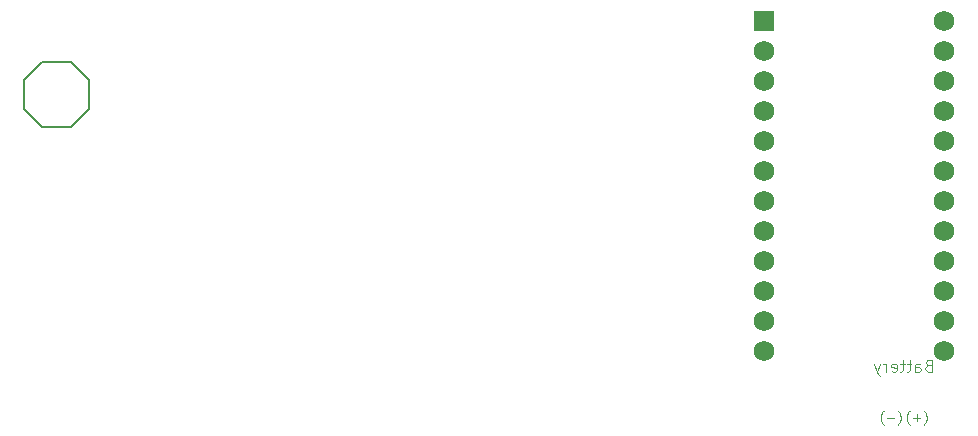
<source format=gbr>
%TF.GenerationSoftware,KiCad,Pcbnew,(6.99.0-906-ga2ca8cf413)*%
%TF.CreationDate,2022-04-09T13:07:01+02:00*%
%TF.ProjectId,tiny20,74696e79-3230-42e6-9b69-6361645f7063,v1.0.0*%
%TF.SameCoordinates,Original*%
%TF.FileFunction,Legend,Bot*%
%TF.FilePolarity,Positive*%
%FSLAX46Y46*%
G04 Gerber Fmt 4.6, Leading zero omitted, Abs format (unit mm)*
G04 Created by KiCad (PCBNEW (6.99.0-906-ga2ca8cf413)) date 2022-04-09 13:07:01*
%MOMM*%
%LPD*%
G01*
G04 APERTURE LIST*
%ADD10C,0.120000*%
%ADD11C,0.150000*%
%ADD12R,1.752600X1.752600*%
%ADD13C,1.752600*%
G04 APERTURE END LIST*
D10*
%TO.C,BT01*%
X282348684Y-134716452D02*
X282205827Y-134764071D01*
X282205827Y-134764071D02*
X282158208Y-134811690D01*
X282158208Y-134811690D02*
X282110589Y-134906928D01*
X282110589Y-134906928D02*
X282110589Y-135049785D01*
X282110589Y-135049785D02*
X282158208Y-135145023D01*
X282158208Y-135145023D02*
X282205827Y-135192642D01*
X282205827Y-135192642D02*
X282301065Y-135240261D01*
X282301065Y-135240261D02*
X282682017Y-135240261D01*
X282682017Y-135240261D02*
X282682017Y-134240261D01*
X282682017Y-134240261D02*
X282348684Y-134240261D01*
X282348684Y-134240261D02*
X282253446Y-134287881D01*
X282253446Y-134287881D02*
X282205827Y-134335500D01*
X282205827Y-134335500D02*
X282158208Y-134430738D01*
X282158208Y-134430738D02*
X282158208Y-134525976D01*
X282158208Y-134525976D02*
X282205827Y-134621214D01*
X282205827Y-134621214D02*
X282253446Y-134668833D01*
X282253446Y-134668833D02*
X282348684Y-134716452D01*
X282348684Y-134716452D02*
X282682017Y-134716452D01*
X281253446Y-135240261D02*
X281253446Y-134716452D01*
X281253446Y-134716452D02*
X281301065Y-134621214D01*
X281301065Y-134621214D02*
X281396303Y-134573595D01*
X281396303Y-134573595D02*
X281586779Y-134573595D01*
X281586779Y-134573595D02*
X281682017Y-134621214D01*
X281253446Y-135192642D02*
X281348684Y-135240261D01*
X281348684Y-135240261D02*
X281586779Y-135240261D01*
X281586779Y-135240261D02*
X281682017Y-135192642D01*
X281682017Y-135192642D02*
X281729636Y-135097404D01*
X281729636Y-135097404D02*
X281729636Y-135002166D01*
X281729636Y-135002166D02*
X281682017Y-134906928D01*
X281682017Y-134906928D02*
X281586779Y-134859309D01*
X281586779Y-134859309D02*
X281348684Y-134859309D01*
X281348684Y-134859309D02*
X281253446Y-134811690D01*
X280920112Y-134573595D02*
X280539160Y-134573595D01*
X280777255Y-134240261D02*
X280777255Y-135097404D01*
X280777255Y-135097404D02*
X280729636Y-135192642D01*
X280729636Y-135192642D02*
X280634398Y-135240261D01*
X280634398Y-135240261D02*
X280539160Y-135240261D01*
X280348683Y-134573595D02*
X279967731Y-134573595D01*
X280205826Y-134240261D02*
X280205826Y-135097404D01*
X280205826Y-135097404D02*
X280158207Y-135192642D01*
X280158207Y-135192642D02*
X280062969Y-135240261D01*
X280062969Y-135240261D02*
X279967731Y-135240261D01*
X279253445Y-135192642D02*
X279348683Y-135240261D01*
X279348683Y-135240261D02*
X279539159Y-135240261D01*
X279539159Y-135240261D02*
X279634397Y-135192642D01*
X279634397Y-135192642D02*
X279682016Y-135097404D01*
X279682016Y-135097404D02*
X279682016Y-134716452D01*
X279682016Y-134716452D02*
X279634397Y-134621214D01*
X279634397Y-134621214D02*
X279539159Y-134573595D01*
X279539159Y-134573595D02*
X279348683Y-134573595D01*
X279348683Y-134573595D02*
X279253445Y-134621214D01*
X279253445Y-134621214D02*
X279205826Y-134716452D01*
X279205826Y-134716452D02*
X279205826Y-134811690D01*
X279205826Y-134811690D02*
X279682016Y-134906928D01*
X278777254Y-135240261D02*
X278777254Y-134573595D01*
X278777254Y-134764071D02*
X278729635Y-134668833D01*
X278729635Y-134668833D02*
X278682016Y-134621214D01*
X278682016Y-134621214D02*
X278586778Y-134573595D01*
X278586778Y-134573595D02*
X278491540Y-134573595D01*
X278253444Y-134573595D02*
X278015349Y-135240261D01*
X277777254Y-134573595D02*
X278015349Y-135240261D01*
X278015349Y-135240261D02*
X278110587Y-135478357D01*
X278110587Y-135478357D02*
X278158206Y-135525976D01*
X278158206Y-135525976D02*
X278253444Y-135573595D01*
X281986778Y-139754547D02*
X282024873Y-139716452D01*
X282024873Y-139716452D02*
X282101064Y-139602166D01*
X282101064Y-139602166D02*
X282139159Y-139525976D01*
X282139159Y-139525976D02*
X282177254Y-139411690D01*
X282177254Y-139411690D02*
X282215349Y-139221214D01*
X282215349Y-139221214D02*
X282215349Y-139068833D01*
X282215349Y-139068833D02*
X282177254Y-138878357D01*
X282177254Y-138878357D02*
X282139159Y-138764071D01*
X282139159Y-138764071D02*
X282101064Y-138687881D01*
X282101064Y-138687881D02*
X282024873Y-138573595D01*
X282024873Y-138573595D02*
X281986778Y-138535500D01*
X281682016Y-139145023D02*
X281072493Y-139145023D01*
X281377254Y-139449785D02*
X281377254Y-138840261D01*
X280767731Y-139754547D02*
X280729636Y-139716452D01*
X280729636Y-139716452D02*
X280653445Y-139602166D01*
X280653445Y-139602166D02*
X280615350Y-139525976D01*
X280615350Y-139525976D02*
X280577255Y-139411690D01*
X280577255Y-139411690D02*
X280539159Y-139221214D01*
X280539159Y-139221214D02*
X280539159Y-139068833D01*
X280539159Y-139068833D02*
X280577255Y-138878357D01*
X280577255Y-138878357D02*
X280615350Y-138764071D01*
X280615350Y-138764071D02*
X280653445Y-138687881D01*
X280653445Y-138687881D02*
X280729636Y-138573595D01*
X280729636Y-138573595D02*
X280767731Y-138535500D01*
X279786778Y-139754547D02*
X279824873Y-139716452D01*
X279824873Y-139716452D02*
X279901064Y-139602166D01*
X279901064Y-139602166D02*
X279939159Y-139525976D01*
X279939159Y-139525976D02*
X279977254Y-139411690D01*
X279977254Y-139411690D02*
X280015349Y-139221214D01*
X280015349Y-139221214D02*
X280015349Y-139068833D01*
X280015349Y-139068833D02*
X279977254Y-138878357D01*
X279977254Y-138878357D02*
X279939159Y-138764071D01*
X279939159Y-138764071D02*
X279901064Y-138687881D01*
X279901064Y-138687881D02*
X279824873Y-138573595D01*
X279824873Y-138573595D02*
X279786778Y-138535500D01*
X279482016Y-139145023D02*
X278872493Y-139145023D01*
X278567731Y-139754547D02*
X278529636Y-139716452D01*
X278529636Y-139716452D02*
X278453445Y-139602166D01*
X278453445Y-139602166D02*
X278415350Y-139525976D01*
X278415350Y-139525976D02*
X278377255Y-139411690D01*
X278377255Y-139411690D02*
X278339159Y-139221214D01*
X278339159Y-139221214D02*
X278339159Y-139068833D01*
X278339159Y-139068833D02*
X278377255Y-138878357D01*
X278377255Y-138878357D02*
X278415350Y-138764071D01*
X278415350Y-138764071D02*
X278453445Y-138687881D01*
X278453445Y-138687881D02*
X278529636Y-138573595D01*
X278529636Y-138573595D02*
X278567731Y-138535500D01*
D11*
%TO.C,B2*%
X209803309Y-109032746D02*
X211303309Y-110532746D01*
X207303309Y-109032746D02*
X209803309Y-109032746D01*
X207303309Y-109032746D02*
X205803309Y-110532746D01*
X211303309Y-110532746D02*
X211303309Y-113032746D01*
X205803309Y-110532746D02*
X205803309Y-113032746D01*
X209803309Y-114532746D02*
X211303309Y-113032746D01*
X207303309Y-114532746D02*
X205803309Y-113032746D01*
X207303309Y-114532746D02*
X209803309Y-114532746D01*
%TD*%
D12*
%TO.C,MCU1*%
X268460145Y-105520773D03*
D13*
X268460146Y-108060774D03*
X268460146Y-110600774D03*
X268460146Y-113140774D03*
X268460146Y-115680774D03*
X268460146Y-118220774D03*
X268460146Y-120760774D03*
X268460146Y-123300774D03*
X268460146Y-125840774D03*
X268460146Y-128380774D03*
X268460146Y-130920774D03*
X268460146Y-133460774D03*
X283700146Y-105520774D03*
X283700146Y-108060774D03*
X283700146Y-110600774D03*
X283700146Y-113140774D03*
X283700146Y-115680774D03*
X283700146Y-118220774D03*
X283700146Y-120760774D03*
X283700146Y-123300774D03*
X283700146Y-125840774D03*
X283700146Y-128380774D03*
X283700146Y-130920774D03*
X283700146Y-133460774D03*
%TD*%
M02*

</source>
